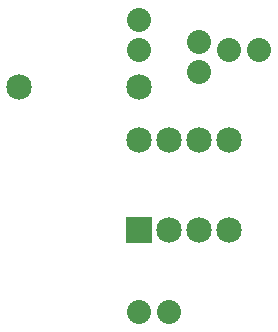
<source format=gbs>
G04 MADE WITH FRITZING*
G04 WWW.FRITZING.ORG*
G04 DOUBLE SIDED*
G04 HOLES PLATED*
G04 CONTOUR ON CENTER OF CONTOUR VECTOR*
%ASAXBY*%
%FSLAX23Y23*%
%MOIN*%
%OFA0B0*%
%SFA1.0B1.0*%
%ADD10C,0.085000*%
%ADD11C,0.080000*%
%ADD12R,0.085000X0.085000*%
%LNMASK0*%
G90*
G70*
G54D10*
X547Y367D03*
X547Y667D03*
X647Y367D03*
X647Y667D03*
X747Y367D03*
X747Y667D03*
X847Y367D03*
X847Y667D03*
X147Y842D03*
X547Y842D03*
G54D11*
X547Y92D03*
X647Y92D03*
X547Y1067D03*
X547Y966D03*
X747Y892D03*
X747Y992D03*
X847Y967D03*
X947Y967D03*
G54D12*
X547Y367D03*
G04 End of Mask0*
M02*
</source>
